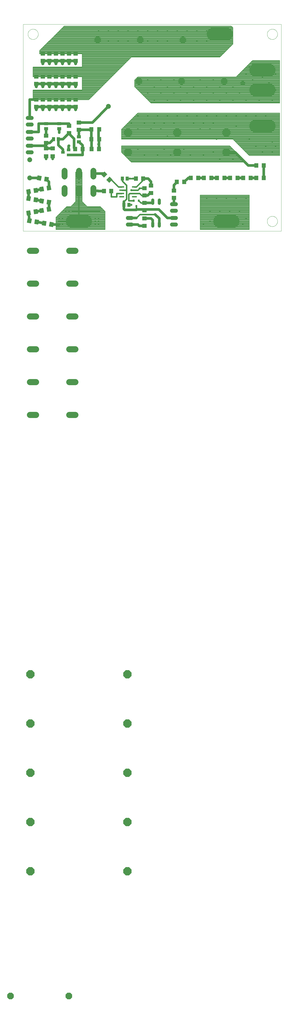
<source format=gtl>
G75*
%MOIN*%
%OFA0B0*%
%FSLAX25Y25*%
%IPPOS*%
%LPD*%
%AMOC8*
5,1,8,0,0,1.08239X$1,22.5*
%
%ADD10C,0.00000*%
%ADD11R,0.05118X0.05906*%
%ADD12R,0.07098X0.06299*%
%ADD13R,0.06299X0.07098*%
%ADD14R,0.07800X0.02200*%
%ADD15C,0.05906*%
%ADD16C,0.08850*%
%ADD17C,0.09450*%
%ADD18OC8,0.12400*%
%ADD19C,0.12400*%
%ADD20C,0.02000*%
%ADD21C,0.20000*%
%ADD22C,0.07400*%
%ADD23R,0.05512X0.03937*%
%ADD24R,0.06000X0.06600*%
%ADD25OC8,0.10000*%
%ADD26R,0.06600X0.06000*%
%ADD27R,0.05906X0.05118*%
%ADD28R,0.03150X0.03543*%
%ADD29C,0.04800*%
%ADD30C,0.02400*%
%ADD31C,0.04000*%
%ADD32C,0.03169*%
%ADD33C,0.04724*%
%ADD34C,0.03937*%
%ADD35C,0.00787*%
%ADD36C,0.02400*%
%ADD37C,0.01969*%
D10*
X0028800Y1187300D02*
X0028800Y1502261D01*
X0422501Y1502261D01*
X0422501Y1187300D01*
X0028800Y1187300D01*
X0035926Y1487300D02*
X0035928Y1487493D01*
X0035935Y1487686D01*
X0035947Y1487879D01*
X0035964Y1488072D01*
X0035985Y1488264D01*
X0036011Y1488455D01*
X0036042Y1488646D01*
X0036077Y1488836D01*
X0036117Y1489025D01*
X0036162Y1489213D01*
X0036211Y1489400D01*
X0036265Y1489586D01*
X0036323Y1489770D01*
X0036386Y1489953D01*
X0036454Y1490134D01*
X0036525Y1490313D01*
X0036602Y1490491D01*
X0036682Y1490667D01*
X0036767Y1490840D01*
X0036856Y1491012D01*
X0036949Y1491181D01*
X0037046Y1491348D01*
X0037148Y1491513D01*
X0037253Y1491675D01*
X0037362Y1491834D01*
X0037476Y1491991D01*
X0037593Y1492144D01*
X0037713Y1492295D01*
X0037838Y1492443D01*
X0037966Y1492588D01*
X0038097Y1492729D01*
X0038232Y1492868D01*
X0038371Y1493003D01*
X0038512Y1493134D01*
X0038657Y1493262D01*
X0038805Y1493387D01*
X0038956Y1493507D01*
X0039109Y1493624D01*
X0039266Y1493738D01*
X0039425Y1493847D01*
X0039587Y1493952D01*
X0039752Y1494054D01*
X0039919Y1494151D01*
X0040088Y1494244D01*
X0040260Y1494333D01*
X0040433Y1494418D01*
X0040609Y1494498D01*
X0040787Y1494575D01*
X0040966Y1494646D01*
X0041147Y1494714D01*
X0041330Y1494777D01*
X0041514Y1494835D01*
X0041700Y1494889D01*
X0041887Y1494938D01*
X0042075Y1494983D01*
X0042264Y1495023D01*
X0042454Y1495058D01*
X0042645Y1495089D01*
X0042836Y1495115D01*
X0043028Y1495136D01*
X0043221Y1495153D01*
X0043414Y1495165D01*
X0043607Y1495172D01*
X0043800Y1495174D01*
X0043993Y1495172D01*
X0044186Y1495165D01*
X0044379Y1495153D01*
X0044572Y1495136D01*
X0044764Y1495115D01*
X0044955Y1495089D01*
X0045146Y1495058D01*
X0045336Y1495023D01*
X0045525Y1494983D01*
X0045713Y1494938D01*
X0045900Y1494889D01*
X0046086Y1494835D01*
X0046270Y1494777D01*
X0046453Y1494714D01*
X0046634Y1494646D01*
X0046813Y1494575D01*
X0046991Y1494498D01*
X0047167Y1494418D01*
X0047340Y1494333D01*
X0047512Y1494244D01*
X0047681Y1494151D01*
X0047848Y1494054D01*
X0048013Y1493952D01*
X0048175Y1493847D01*
X0048334Y1493738D01*
X0048491Y1493624D01*
X0048644Y1493507D01*
X0048795Y1493387D01*
X0048943Y1493262D01*
X0049088Y1493134D01*
X0049229Y1493003D01*
X0049368Y1492868D01*
X0049503Y1492729D01*
X0049634Y1492588D01*
X0049762Y1492443D01*
X0049887Y1492295D01*
X0050007Y1492144D01*
X0050124Y1491991D01*
X0050238Y1491834D01*
X0050347Y1491675D01*
X0050452Y1491513D01*
X0050554Y1491348D01*
X0050651Y1491181D01*
X0050744Y1491012D01*
X0050833Y1490840D01*
X0050918Y1490667D01*
X0050998Y1490491D01*
X0051075Y1490313D01*
X0051146Y1490134D01*
X0051214Y1489953D01*
X0051277Y1489770D01*
X0051335Y1489586D01*
X0051389Y1489400D01*
X0051438Y1489213D01*
X0051483Y1489025D01*
X0051523Y1488836D01*
X0051558Y1488646D01*
X0051589Y1488455D01*
X0051615Y1488264D01*
X0051636Y1488072D01*
X0051653Y1487879D01*
X0051665Y1487686D01*
X0051672Y1487493D01*
X0051674Y1487300D01*
X0051672Y1487107D01*
X0051665Y1486914D01*
X0051653Y1486721D01*
X0051636Y1486528D01*
X0051615Y1486336D01*
X0051589Y1486145D01*
X0051558Y1485954D01*
X0051523Y1485764D01*
X0051483Y1485575D01*
X0051438Y1485387D01*
X0051389Y1485200D01*
X0051335Y1485014D01*
X0051277Y1484830D01*
X0051214Y1484647D01*
X0051146Y1484466D01*
X0051075Y1484287D01*
X0050998Y1484109D01*
X0050918Y1483933D01*
X0050833Y1483760D01*
X0050744Y1483588D01*
X0050651Y1483419D01*
X0050554Y1483252D01*
X0050452Y1483087D01*
X0050347Y1482925D01*
X0050238Y1482766D01*
X0050124Y1482609D01*
X0050007Y1482456D01*
X0049887Y1482305D01*
X0049762Y1482157D01*
X0049634Y1482012D01*
X0049503Y1481871D01*
X0049368Y1481732D01*
X0049229Y1481597D01*
X0049088Y1481466D01*
X0048943Y1481338D01*
X0048795Y1481213D01*
X0048644Y1481093D01*
X0048491Y1480976D01*
X0048334Y1480862D01*
X0048175Y1480753D01*
X0048013Y1480648D01*
X0047848Y1480546D01*
X0047681Y1480449D01*
X0047512Y1480356D01*
X0047340Y1480267D01*
X0047167Y1480182D01*
X0046991Y1480102D01*
X0046813Y1480025D01*
X0046634Y1479954D01*
X0046453Y1479886D01*
X0046270Y1479823D01*
X0046086Y1479765D01*
X0045900Y1479711D01*
X0045713Y1479662D01*
X0045525Y1479617D01*
X0045336Y1479577D01*
X0045146Y1479542D01*
X0044955Y1479511D01*
X0044764Y1479485D01*
X0044572Y1479464D01*
X0044379Y1479447D01*
X0044186Y1479435D01*
X0043993Y1479428D01*
X0043800Y1479426D01*
X0043607Y1479428D01*
X0043414Y1479435D01*
X0043221Y1479447D01*
X0043028Y1479464D01*
X0042836Y1479485D01*
X0042645Y1479511D01*
X0042454Y1479542D01*
X0042264Y1479577D01*
X0042075Y1479617D01*
X0041887Y1479662D01*
X0041700Y1479711D01*
X0041514Y1479765D01*
X0041330Y1479823D01*
X0041147Y1479886D01*
X0040966Y1479954D01*
X0040787Y1480025D01*
X0040609Y1480102D01*
X0040433Y1480182D01*
X0040260Y1480267D01*
X0040088Y1480356D01*
X0039919Y1480449D01*
X0039752Y1480546D01*
X0039587Y1480648D01*
X0039425Y1480753D01*
X0039266Y1480862D01*
X0039109Y1480976D01*
X0038956Y1481093D01*
X0038805Y1481213D01*
X0038657Y1481338D01*
X0038512Y1481466D01*
X0038371Y1481597D01*
X0038232Y1481732D01*
X0038097Y1481871D01*
X0037966Y1482012D01*
X0037838Y1482157D01*
X0037713Y1482305D01*
X0037593Y1482456D01*
X0037476Y1482609D01*
X0037362Y1482766D01*
X0037253Y1482925D01*
X0037148Y1483087D01*
X0037046Y1483252D01*
X0036949Y1483419D01*
X0036856Y1483588D01*
X0036767Y1483760D01*
X0036682Y1483933D01*
X0036602Y1484109D01*
X0036525Y1484287D01*
X0036454Y1484466D01*
X0036386Y1484647D01*
X0036323Y1484830D01*
X0036265Y1485014D01*
X0036211Y1485200D01*
X0036162Y1485387D01*
X0036117Y1485575D01*
X0036077Y1485764D01*
X0036042Y1485954D01*
X0036011Y1486145D01*
X0035985Y1486336D01*
X0035964Y1486528D01*
X0035947Y1486721D01*
X0035935Y1486914D01*
X0035928Y1487107D01*
X0035926Y1487300D01*
X0400926Y1487300D02*
X0400928Y1487493D01*
X0400935Y1487686D01*
X0400947Y1487879D01*
X0400964Y1488072D01*
X0400985Y1488264D01*
X0401011Y1488455D01*
X0401042Y1488646D01*
X0401077Y1488836D01*
X0401117Y1489025D01*
X0401162Y1489213D01*
X0401211Y1489400D01*
X0401265Y1489586D01*
X0401323Y1489770D01*
X0401386Y1489953D01*
X0401454Y1490134D01*
X0401525Y1490313D01*
X0401602Y1490491D01*
X0401682Y1490667D01*
X0401767Y1490840D01*
X0401856Y1491012D01*
X0401949Y1491181D01*
X0402046Y1491348D01*
X0402148Y1491513D01*
X0402253Y1491675D01*
X0402362Y1491834D01*
X0402476Y1491991D01*
X0402593Y1492144D01*
X0402713Y1492295D01*
X0402838Y1492443D01*
X0402966Y1492588D01*
X0403097Y1492729D01*
X0403232Y1492868D01*
X0403371Y1493003D01*
X0403512Y1493134D01*
X0403657Y1493262D01*
X0403805Y1493387D01*
X0403956Y1493507D01*
X0404109Y1493624D01*
X0404266Y1493738D01*
X0404425Y1493847D01*
X0404587Y1493952D01*
X0404752Y1494054D01*
X0404919Y1494151D01*
X0405088Y1494244D01*
X0405260Y1494333D01*
X0405433Y1494418D01*
X0405609Y1494498D01*
X0405787Y1494575D01*
X0405966Y1494646D01*
X0406147Y1494714D01*
X0406330Y1494777D01*
X0406514Y1494835D01*
X0406700Y1494889D01*
X0406887Y1494938D01*
X0407075Y1494983D01*
X0407264Y1495023D01*
X0407454Y1495058D01*
X0407645Y1495089D01*
X0407836Y1495115D01*
X0408028Y1495136D01*
X0408221Y1495153D01*
X0408414Y1495165D01*
X0408607Y1495172D01*
X0408800Y1495174D01*
X0408993Y1495172D01*
X0409186Y1495165D01*
X0409379Y1495153D01*
X0409572Y1495136D01*
X0409764Y1495115D01*
X0409955Y1495089D01*
X0410146Y1495058D01*
X0410336Y1495023D01*
X0410525Y1494983D01*
X0410713Y1494938D01*
X0410900Y1494889D01*
X0411086Y1494835D01*
X0411270Y1494777D01*
X0411453Y1494714D01*
X0411634Y1494646D01*
X0411813Y1494575D01*
X0411991Y1494498D01*
X0412167Y1494418D01*
X0412340Y1494333D01*
X0412512Y1494244D01*
X0412681Y1494151D01*
X0412848Y1494054D01*
X0413013Y1493952D01*
X0413175Y1493847D01*
X0413334Y1493738D01*
X0413491Y1493624D01*
X0413644Y1493507D01*
X0413795Y1493387D01*
X0413943Y1493262D01*
X0414088Y1493134D01*
X0414229Y1493003D01*
X0414368Y1492868D01*
X0414503Y1492729D01*
X0414634Y1492588D01*
X0414762Y1492443D01*
X0414887Y1492295D01*
X0415007Y1492144D01*
X0415124Y1491991D01*
X0415238Y1491834D01*
X0415347Y1491675D01*
X0415452Y1491513D01*
X0415554Y1491348D01*
X0415651Y1491181D01*
X0415744Y1491012D01*
X0415833Y1490840D01*
X0415918Y1490667D01*
X0415998Y1490491D01*
X0416075Y1490313D01*
X0416146Y1490134D01*
X0416214Y1489953D01*
X0416277Y1489770D01*
X0416335Y1489586D01*
X0416389Y1489400D01*
X0416438Y1489213D01*
X0416483Y1489025D01*
X0416523Y1488836D01*
X0416558Y1488646D01*
X0416589Y1488455D01*
X0416615Y1488264D01*
X0416636Y1488072D01*
X0416653Y1487879D01*
X0416665Y1487686D01*
X0416672Y1487493D01*
X0416674Y1487300D01*
X0416672Y1487107D01*
X0416665Y1486914D01*
X0416653Y1486721D01*
X0416636Y1486528D01*
X0416615Y1486336D01*
X0416589Y1486145D01*
X0416558Y1485954D01*
X0416523Y1485764D01*
X0416483Y1485575D01*
X0416438Y1485387D01*
X0416389Y1485200D01*
X0416335Y1485014D01*
X0416277Y1484830D01*
X0416214Y1484647D01*
X0416146Y1484466D01*
X0416075Y1484287D01*
X0415998Y1484109D01*
X0415918Y1483933D01*
X0415833Y1483760D01*
X0415744Y1483588D01*
X0415651Y1483419D01*
X0415554Y1483252D01*
X0415452Y1483087D01*
X0415347Y1482925D01*
X0415238Y1482766D01*
X0415124Y1482609D01*
X0415007Y1482456D01*
X0414887Y1482305D01*
X0414762Y1482157D01*
X0414634Y1482012D01*
X0414503Y1481871D01*
X0414368Y1481732D01*
X0414229Y1481597D01*
X0414088Y1481466D01*
X0413943Y1481338D01*
X0413795Y1481213D01*
X0413644Y1481093D01*
X0413491Y1480976D01*
X0413334Y1480862D01*
X0413175Y1480753D01*
X0413013Y1480648D01*
X0412848Y1480546D01*
X0412681Y1480449D01*
X0412512Y1480356D01*
X0412340Y1480267D01*
X0412167Y1480182D01*
X0411991Y1480102D01*
X0411813Y1480025D01*
X0411634Y1479954D01*
X0411453Y1479886D01*
X0411270Y1479823D01*
X0411086Y1479765D01*
X0410900Y1479711D01*
X0410713Y1479662D01*
X0410525Y1479617D01*
X0410336Y1479577D01*
X0410146Y1479542D01*
X0409955Y1479511D01*
X0409764Y1479485D01*
X0409572Y1479464D01*
X0409379Y1479447D01*
X0409186Y1479435D01*
X0408993Y1479428D01*
X0408800Y1479426D01*
X0408607Y1479428D01*
X0408414Y1479435D01*
X0408221Y1479447D01*
X0408028Y1479464D01*
X0407836Y1479485D01*
X0407645Y1479511D01*
X0407454Y1479542D01*
X0407264Y1479577D01*
X0407075Y1479617D01*
X0406887Y1479662D01*
X0406700Y1479711D01*
X0406514Y1479765D01*
X0406330Y1479823D01*
X0406147Y1479886D01*
X0405966Y1479954D01*
X0405787Y1480025D01*
X0405609Y1480102D01*
X0405433Y1480182D01*
X0405260Y1480267D01*
X0405088Y1480356D01*
X0404919Y1480449D01*
X0404752Y1480546D01*
X0404587Y1480648D01*
X0404425Y1480753D01*
X0404266Y1480862D01*
X0404109Y1480976D01*
X0403956Y1481093D01*
X0403805Y1481213D01*
X0403657Y1481338D01*
X0403512Y1481466D01*
X0403371Y1481597D01*
X0403232Y1481732D01*
X0403097Y1481871D01*
X0402966Y1482012D01*
X0402838Y1482157D01*
X0402713Y1482305D01*
X0402593Y1482456D01*
X0402476Y1482609D01*
X0402362Y1482766D01*
X0402253Y1482925D01*
X0402148Y1483087D01*
X0402046Y1483252D01*
X0401949Y1483419D01*
X0401856Y1483588D01*
X0401767Y1483760D01*
X0401682Y1483933D01*
X0401602Y1484109D01*
X0401525Y1484287D01*
X0401454Y1484466D01*
X0401386Y1484647D01*
X0401323Y1484830D01*
X0401265Y1485014D01*
X0401211Y1485200D01*
X0401162Y1485387D01*
X0401117Y1485575D01*
X0401077Y1485764D01*
X0401042Y1485954D01*
X0401011Y1486145D01*
X0400985Y1486336D01*
X0400964Y1486528D01*
X0400947Y1486721D01*
X0400935Y1486914D01*
X0400928Y1487107D01*
X0400926Y1487300D01*
X0400926Y1202300D02*
X0400928Y1202493D01*
X0400935Y1202686D01*
X0400947Y1202879D01*
X0400964Y1203072D01*
X0400985Y1203264D01*
X0401011Y1203455D01*
X0401042Y1203646D01*
X0401077Y1203836D01*
X0401117Y1204025D01*
X0401162Y1204213D01*
X0401211Y1204400D01*
X0401265Y1204586D01*
X0401323Y1204770D01*
X0401386Y1204953D01*
X0401454Y1205134D01*
X0401525Y1205313D01*
X0401602Y1205491D01*
X0401682Y1205667D01*
X0401767Y1205840D01*
X0401856Y1206012D01*
X0401949Y1206181D01*
X0402046Y1206348D01*
X0402148Y1206513D01*
X0402253Y1206675D01*
X0402362Y1206834D01*
X0402476Y1206991D01*
X0402593Y1207144D01*
X0402713Y1207295D01*
X0402838Y1207443D01*
X0402966Y1207588D01*
X0403097Y1207729D01*
X0403232Y1207868D01*
X0403371Y1208003D01*
X0403512Y1208134D01*
X0403657Y1208262D01*
X0403805Y1208387D01*
X0403956Y1208507D01*
X0404109Y1208624D01*
X0404266Y1208738D01*
X0404425Y1208847D01*
X0404587Y1208952D01*
X0404752Y1209054D01*
X0404919Y1209151D01*
X0405088Y1209244D01*
X0405260Y1209333D01*
X0405433Y1209418D01*
X0405609Y1209498D01*
X0405787Y1209575D01*
X0405966Y1209646D01*
X0406147Y1209714D01*
X0406330Y1209777D01*
X0406514Y1209835D01*
X0406700Y1209889D01*
X0406887Y1209938D01*
X0407075Y1209983D01*
X0407264Y1210023D01*
X0407454Y1210058D01*
X0407645Y1210089D01*
X0407836Y1210115D01*
X0408028Y1210136D01*
X0408221Y1210153D01*
X0408414Y1210165D01*
X0408607Y1210172D01*
X0408800Y1210174D01*
X0408993Y1210172D01*
X0409186Y1210165D01*
X0409379Y1210153D01*
X0409572Y1210136D01*
X0409764Y1210115D01*
X0409955Y1210089D01*
X0410146Y1210058D01*
X0410336Y1210023D01*
X0410525Y1209983D01*
X0410713Y1209938D01*
X0410900Y1209889D01*
X0411086Y1209835D01*
X0411270Y1209777D01*
X0411453Y1209714D01*
X0411634Y1209646D01*
X0411813Y1209575D01*
X0411991Y1209498D01*
X0412167Y1209418D01*
X0412340Y1209333D01*
X0412512Y1209244D01*
X0412681Y1209151D01*
X0412848Y1209054D01*
X0413013Y1208952D01*
X0413175Y1208847D01*
X0413334Y1208738D01*
X0413491Y1208624D01*
X0413644Y1208507D01*
X0413795Y1208387D01*
X0413943Y1208262D01*
X0414088Y1208134D01*
X0414229Y1208003D01*
X0414368Y1207868D01*
X0414503Y1207729D01*
X0414634Y1207588D01*
X0414762Y1207443D01*
X0414887Y1207295D01*
X0415007Y1207144D01*
X0415124Y1206991D01*
X0415238Y1206834D01*
X0415347Y1206675D01*
X0415452Y1206513D01*
X0415554Y1206348D01*
X0415651Y1206181D01*
X0415744Y1206012D01*
X0415833Y1205840D01*
X0415918Y1205667D01*
X0415998Y1205491D01*
X0416075Y1205313D01*
X0416146Y1205134D01*
X0416214Y1204953D01*
X0416277Y1204770D01*
X0416335Y1204586D01*
X0416389Y1204400D01*
X0416438Y1204213D01*
X0416483Y1204025D01*
X0416523Y1203836D01*
X0416558Y1203646D01*
X0416589Y1203455D01*
X0416615Y1203264D01*
X0416636Y1203072D01*
X0416653Y1202879D01*
X0416665Y1202686D01*
X0416672Y1202493D01*
X0416674Y1202300D01*
X0416672Y1202107D01*
X0416665Y1201914D01*
X0416653Y1201721D01*
X0416636Y1201528D01*
X0416615Y1201336D01*
X0416589Y1201145D01*
X0416558Y1200954D01*
X0416523Y1200764D01*
X0416483Y1200575D01*
X0416438Y1200387D01*
X0416389Y1200200D01*
X0416335Y1200014D01*
X0416277Y1199830D01*
X0416214Y1199647D01*
X0416146Y1199466D01*
X0416075Y1199287D01*
X0415998Y1199109D01*
X0415918Y1198933D01*
X0415833Y1198760D01*
X0415744Y1198588D01*
X0415651Y1198419D01*
X0415554Y1198252D01*
X0415452Y1198087D01*
X0415347Y1197925D01*
X0415238Y1197766D01*
X0415124Y1197609D01*
X0415007Y1197456D01*
X0414887Y1197305D01*
X0414762Y1197157D01*
X0414634Y1197012D01*
X0414503Y1196871D01*
X0414368Y1196732D01*
X0414229Y1196597D01*
X0414088Y1196466D01*
X0413943Y1196338D01*
X0413795Y1196213D01*
X0413644Y1196093D01*
X0413491Y1195976D01*
X0413334Y1195862D01*
X0413175Y1195753D01*
X0413013Y1195648D01*
X0412848Y1195546D01*
X0412681Y1195449D01*
X0412512Y1195356D01*
X0412340Y1195267D01*
X0412167Y1195182D01*
X0411991Y1195102D01*
X0411813Y1195025D01*
X0411634Y1194954D01*
X0411453Y1194886D01*
X0411270Y1194823D01*
X0411086Y1194765D01*
X0410900Y1194711D01*
X0410713Y1194662D01*
X0410525Y1194617D01*
X0410336Y1194577D01*
X0410146Y1194542D01*
X0409955Y1194511D01*
X0409764Y1194485D01*
X0409572Y1194464D01*
X0409379Y1194447D01*
X0409186Y1194435D01*
X0408993Y1194428D01*
X0408800Y1194426D01*
X0408607Y1194428D01*
X0408414Y1194435D01*
X0408221Y1194447D01*
X0408028Y1194464D01*
X0407836Y1194485D01*
X0407645Y1194511D01*
X0407454Y1194542D01*
X0407264Y1194577D01*
X0407075Y1194617D01*
X0406887Y1194662D01*
X0406700Y1194711D01*
X0406514Y1194765D01*
X0406330Y1194823D01*
X0406147Y1194886D01*
X0405966Y1194954D01*
X0405787Y1195025D01*
X0405609Y1195102D01*
X0405433Y1195182D01*
X0405260Y1195267D01*
X0405088Y1195356D01*
X0404919Y1195449D01*
X0404752Y1195546D01*
X0404587Y1195648D01*
X0404425Y1195753D01*
X0404266Y1195862D01*
X0404109Y1195976D01*
X0403956Y1196093D01*
X0403805Y1196213D01*
X0403657Y1196338D01*
X0403512Y1196466D01*
X0403371Y1196597D01*
X0403232Y1196732D01*
X0403097Y1196871D01*
X0402966Y1197012D01*
X0402838Y1197157D01*
X0402713Y1197305D01*
X0402593Y1197456D01*
X0402476Y1197609D01*
X0402362Y1197766D01*
X0402253Y1197925D01*
X0402148Y1198087D01*
X0402046Y1198252D01*
X0401949Y1198419D01*
X0401856Y1198588D01*
X0401767Y1198760D01*
X0401682Y1198933D01*
X0401602Y1199109D01*
X0401525Y1199287D01*
X0401454Y1199466D01*
X0401386Y1199647D01*
X0401323Y1199830D01*
X0401265Y1200014D01*
X0401211Y1200200D01*
X0401162Y1200387D01*
X0401117Y1200575D01*
X0401077Y1200764D01*
X0401042Y1200954D01*
X0401011Y1201145D01*
X0400985Y1201336D01*
X0400964Y1201528D01*
X0400947Y1201721D01*
X0400935Y1201914D01*
X0400928Y1202107D01*
X0400926Y1202300D01*
D11*
X0190040Y1227300D03*
X0182560Y1227300D03*
X0180060Y1267300D03*
X0187540Y1267300D03*
X0082540Y1327300D03*
X0075060Y1327300D03*
D12*
X0063800Y1321702D03*
X0063800Y1332898D03*
X0058800Y1376702D03*
X0058800Y1387898D03*
X0058800Y1411702D03*
X0058800Y1422898D03*
X0048800Y1422898D03*
X0048800Y1411702D03*
X0048800Y1387898D03*
X0048800Y1376702D03*
X0068800Y1376702D03*
X0068800Y1387898D03*
X0068800Y1411702D03*
X0068800Y1422898D03*
X0078800Y1422898D03*
X0078800Y1411702D03*
X0078800Y1387898D03*
X0078800Y1376702D03*
X0088800Y1376702D03*
X0088800Y1387898D03*
X0088800Y1411702D03*
X0088800Y1422898D03*
X0088800Y1446702D03*
X0088800Y1457898D03*
X0078800Y1457898D03*
X0078800Y1446702D03*
X0068800Y1446702D03*
X0068800Y1457898D03*
X0058800Y1457898D03*
X0058800Y1446702D03*
X0098800Y1446702D03*
X0098800Y1457898D03*
X0108800Y1457898D03*
X0108800Y1446702D03*
X0108800Y1422898D03*
X0108800Y1411702D03*
X0108800Y1387898D03*
X0108800Y1376702D03*
X0098800Y1376702D03*
X0098800Y1387898D03*
X0098800Y1411702D03*
X0098800Y1422898D03*
X0113800Y1352898D03*
X0113800Y1341702D03*
X0098800Y1336702D03*
X0098800Y1347898D03*
X0213800Y1252898D03*
X0213800Y1241702D03*
X0213800Y1230398D03*
X0213800Y1219202D03*
X0213800Y1206648D03*
X0213800Y1195452D03*
X0223800Y1245452D03*
X0223800Y1256648D03*
X0258800Y1249148D03*
X0258800Y1237952D03*
D13*
X0263202Y1262300D03*
X0274398Y1262300D03*
X0284452Y1268550D03*
X0295648Y1268550D03*
X0304452Y1268550D03*
X0315648Y1268550D03*
X0324452Y1268550D03*
X0335648Y1268550D03*
X0344452Y1268550D03*
X0355648Y1268550D03*
X0364452Y1268550D03*
X0375648Y1268550D03*
X0384452Y1268550D03*
X0384452Y1287300D03*
X0395648Y1287300D03*
X0395648Y1268550D03*
X0211898Y1267300D03*
X0200702Y1267300D03*
X0163148Y1248550D03*
G36*
X0160541Y1270577D02*
X0164995Y1266123D01*
X0159977Y1261105D01*
X0155523Y1265559D01*
X0160541Y1270577D01*
G37*
G36*
X0152623Y1278495D02*
X0157077Y1274041D01*
X0152059Y1269023D01*
X0147605Y1273477D01*
X0152623Y1278495D01*
G37*
X0151952Y1248550D03*
X0144398Y1312300D03*
X0133202Y1312300D03*
X0119398Y1312300D03*
X0108202Y1312300D03*
G36*
X0071780Y1250324D02*
X0065579Y1249231D01*
X0064346Y1256220D01*
X0070547Y1257313D01*
X0071780Y1250324D01*
G37*
G36*
X0061829Y1270369D02*
X0068030Y1269276D01*
X0066797Y1262287D01*
X0060596Y1263380D01*
X0061829Y1270369D01*
G37*
G36*
X0060754Y1248380D02*
X0054553Y1247287D01*
X0053320Y1254276D01*
X0059521Y1255369D01*
X0060754Y1248380D01*
G37*
G36*
X0054553Y1237313D02*
X0060754Y1236220D01*
X0059521Y1229231D01*
X0053320Y1230324D01*
X0054553Y1237313D01*
G37*
G36*
X0045579Y1239119D02*
X0051780Y1238026D01*
X0050547Y1231037D01*
X0044346Y1232130D01*
X0045579Y1239119D01*
G37*
G36*
X0051780Y1246574D02*
X0045579Y1245481D01*
X0044346Y1252470D01*
X0050547Y1253563D01*
X0051780Y1246574D01*
G37*
G36*
X0060754Y1215880D02*
X0054553Y1214787D01*
X0053320Y1221776D01*
X0059521Y1222869D01*
X0060754Y1215880D01*
G37*
G36*
X0058303Y1203563D02*
X0064504Y1202470D01*
X0063271Y1195481D01*
X0057070Y1196574D01*
X0058303Y1203563D01*
G37*
G36*
X0046829Y1205369D02*
X0053030Y1204276D01*
X0051797Y1197287D01*
X0045596Y1198380D01*
X0046829Y1205369D01*
G37*
G36*
X0051780Y1214074D02*
X0045579Y1212981D01*
X0044346Y1219970D01*
X0050547Y1221063D01*
X0051780Y1214074D01*
G37*
G36*
X0035803Y1207313D02*
X0042004Y1206220D01*
X0040771Y1199231D01*
X0034570Y1200324D01*
X0035803Y1207313D01*
G37*
G36*
X0040754Y1212130D02*
X0034553Y1211037D01*
X0033320Y1218026D01*
X0039521Y1219119D01*
X0040754Y1212130D01*
G37*
G36*
X0034553Y1241063D02*
X0040754Y1239970D01*
X0039521Y1232981D01*
X0033320Y1234074D01*
X0034553Y1241063D01*
G37*
G36*
X0040754Y1244630D02*
X0034553Y1243537D01*
X0033320Y1250526D01*
X0039521Y1251619D01*
X0040754Y1244630D01*
G37*
G36*
X0050803Y1272313D02*
X0057004Y1271220D01*
X0055771Y1264231D01*
X0049570Y1265324D01*
X0050803Y1272313D01*
G37*
G36*
X0065579Y1235369D02*
X0071780Y1234276D01*
X0070547Y1227287D01*
X0064346Y1228380D01*
X0065579Y1235369D01*
G37*
G36*
X0071780Y1217824D02*
X0065579Y1216731D01*
X0064346Y1223720D01*
X0070547Y1224813D01*
X0071780Y1217824D01*
G37*
G36*
X0069329Y1201619D02*
X0075530Y1200526D01*
X0074297Y1193537D01*
X0068096Y1194630D01*
X0069329Y1201619D01*
G37*
D14*
X0179100Y1239800D03*
X0179100Y1244800D03*
X0179100Y1249800D03*
X0179100Y1254800D03*
X0198500Y1254800D03*
X0198500Y1249800D03*
X0198500Y1244800D03*
X0198500Y1239800D03*
D15*
X0194253Y1207300D02*
X0188347Y1207300D01*
X0188347Y1197300D02*
X0194253Y1197300D01*
X0255847Y1197300D02*
X0261753Y1197300D01*
X0261753Y1207300D02*
X0255847Y1207300D01*
X0255847Y1218550D02*
X0261753Y1218550D01*
X0261753Y1228550D02*
X0255847Y1228550D01*
X0041753Y1307300D02*
X0035847Y1307300D01*
X0035847Y1317300D02*
X0041753Y1317300D01*
X0041753Y1328550D02*
X0035847Y1328550D01*
X0035847Y1338550D02*
X0041753Y1338550D01*
X0041753Y1349800D02*
X0035847Y1349800D01*
X0035847Y1359800D02*
X0041753Y1359800D01*
D16*
X0091800Y1279475D02*
X0091800Y1270625D01*
X0091800Y1253225D02*
X0091800Y1244375D01*
X0113800Y1244375D02*
X0113800Y1253225D01*
X0113800Y1270625D02*
X0113800Y1279475D01*
X0135800Y1279475D02*
X0135800Y1270625D01*
X0135800Y1253225D02*
X0135800Y1244375D01*
D17*
X0108525Y1157300D02*
X0099075Y1157300D01*
X0099075Y1107300D02*
X0108525Y1107300D01*
X0108525Y1057300D02*
X0099075Y1057300D01*
X0099075Y1007300D02*
X0108525Y1007300D01*
X0108525Y0957300D02*
X0099075Y0957300D01*
X0099075Y0907300D02*
X0108525Y0907300D01*
X0048525Y0907300D02*
X0039075Y0907300D01*
X0039075Y0957300D02*
X0048525Y0957300D01*
X0048525Y1007300D02*
X0039075Y1007300D01*
X0039075Y1057300D02*
X0048525Y1057300D01*
X0048525Y1107300D02*
X0039075Y1107300D01*
X0039075Y1157300D02*
X0048525Y1157300D01*
D18*
X0188800Y1337300D03*
X0263800Y1337300D03*
X0338800Y1337300D03*
X0187800Y0512300D03*
X0187800Y0437300D03*
X0187800Y0362300D03*
X0187800Y0287300D03*
X0187800Y0212300D03*
X0039800Y0212300D03*
X0039800Y0287300D03*
X0039800Y0362300D03*
X0039800Y0437300D03*
X0039800Y0512300D03*
D19*
X0188800Y1307300D03*
X0263800Y1307300D03*
X0338800Y1307300D03*
D20*
X0334609Y1418333D02*
X0333609Y1419333D01*
X0336923Y1419333D01*
X0339265Y1416991D01*
X0339265Y1413677D01*
X0336923Y1411335D01*
X0333609Y1411335D01*
X0331267Y1413677D01*
X0331267Y1416991D01*
X0333609Y1419333D01*
X0334231Y1417833D01*
X0336301Y1417833D01*
X0337765Y1416369D01*
X0337765Y1414299D01*
X0336301Y1412835D01*
X0334231Y1412835D01*
X0332767Y1414299D01*
X0332767Y1416369D01*
X0334231Y1417833D01*
X0334852Y1416333D01*
X0335680Y1416333D01*
X0336265Y1415748D01*
X0336265Y1414920D01*
X0335680Y1414335D01*
X0334852Y1414335D01*
X0334267Y1414920D01*
X0334267Y1415748D01*
X0334852Y1416333D01*
X0271677Y1481265D02*
X0270677Y1482265D01*
X0273991Y1482265D01*
X0276333Y1479923D01*
X0276333Y1476609D01*
X0273991Y1474267D01*
X0270677Y1474267D01*
X0268335Y1476609D01*
X0268335Y1479923D01*
X0270677Y1482265D01*
X0271299Y1480765D01*
X0273369Y1480765D01*
X0274833Y1479301D01*
X0274833Y1477231D01*
X0273369Y1475767D01*
X0271299Y1475767D01*
X0269835Y1477231D01*
X0269835Y1479301D01*
X0271299Y1480765D01*
X0271920Y1479265D01*
X0272748Y1479265D01*
X0273333Y1478680D01*
X0273333Y1477852D01*
X0272748Y1477267D01*
X0271920Y1477267D01*
X0271335Y1477852D01*
X0271335Y1478680D01*
X0271920Y1479265D01*
X0269609Y1418833D02*
X0268609Y1419833D01*
X0271923Y1419833D01*
X0274265Y1417491D01*
X0274265Y1414177D01*
X0271923Y1411835D01*
X0268609Y1411835D01*
X0266267Y1414177D01*
X0266267Y1417491D01*
X0268609Y1419833D01*
X0269231Y1418333D01*
X0271301Y1418333D01*
X0272765Y1416869D01*
X0272765Y1414799D01*
X0271301Y1413335D01*
X0269231Y1413335D01*
X0267767Y1414799D01*
X0267767Y1416869D01*
X0269231Y1418333D01*
X0269852Y1416833D01*
X0270680Y1416833D01*
X0271265Y1416248D01*
X0271265Y1415420D01*
X0270680Y1414835D01*
X0269852Y1414835D01*
X0269267Y1415420D01*
X0269267Y1416248D01*
X0269852Y1416833D01*
X0204609Y1418833D02*
X0203609Y1419833D01*
X0206923Y1419833D01*
X0209265Y1417491D01*
X0209265Y1414177D01*
X0206923Y1411835D01*
X0203609Y1411835D01*
X0201267Y1414177D01*
X0201267Y1417491D01*
X0203609Y1419833D01*
X0204231Y1418333D01*
X0206301Y1418333D01*
X0207765Y1416869D01*
X0207765Y1414799D01*
X0206301Y1413335D01*
X0204231Y1413335D01*
X0202767Y1414799D01*
X0202767Y1416869D01*
X0204231Y1418333D01*
X0204852Y1416833D01*
X0205680Y1416833D01*
X0206265Y1416248D01*
X0206265Y1415420D01*
X0205680Y1414835D01*
X0204852Y1414835D01*
X0204267Y1415420D01*
X0204267Y1416248D01*
X0204852Y1416833D01*
X0206677Y1481765D02*
X0205677Y1482765D01*
X0208991Y1482765D01*
X0211333Y1480423D01*
X0211333Y1477109D01*
X0208991Y1474767D01*
X0205677Y1474767D01*
X0203335Y1477109D01*
X0203335Y1480423D01*
X0205677Y1482765D01*
X0206299Y1481265D01*
X0208369Y1481265D01*
X0209833Y1479801D01*
X0209833Y1477731D01*
X0208369Y1476267D01*
X0206299Y1476267D01*
X0204835Y1477731D01*
X0204835Y1479801D01*
X0206299Y1481265D01*
X0206920Y1479765D01*
X0207748Y1479765D01*
X0208333Y1479180D01*
X0208333Y1478352D01*
X0207748Y1477767D01*
X0206920Y1477767D01*
X0206335Y1478352D01*
X0206335Y1479180D01*
X0206920Y1479765D01*
X0141677Y1481765D02*
X0140677Y1482765D01*
X0143991Y1482765D01*
X0146333Y1480423D01*
X0146333Y1477109D01*
X0143991Y1474767D01*
X0140677Y1474767D01*
X0138335Y1477109D01*
X0138335Y1480423D01*
X0140677Y1482765D01*
X0141299Y1481265D01*
X0143369Y1481265D01*
X0144833Y1479801D01*
X0144833Y1477731D01*
X0143369Y1476267D01*
X0141299Y1476267D01*
X0139835Y1477731D01*
X0139835Y1479801D01*
X0141299Y1481265D01*
X0141920Y1479765D01*
X0142748Y1479765D01*
X0143333Y1479180D01*
X0143333Y1478352D01*
X0142748Y1477767D01*
X0141920Y1477767D01*
X0141335Y1478352D01*
X0141335Y1479180D01*
X0141920Y1479765D01*
D21*
X0123800Y1202300D02*
X0103800Y1202300D01*
X0318800Y1487300D02*
X0338800Y1487300D01*
X0383800Y1432300D02*
X0403800Y1432300D01*
X0403800Y1402300D02*
X0383800Y1402300D01*
X0383800Y1347300D02*
X0403800Y1347300D01*
X0348800Y1202300D02*
X0328800Y1202300D01*
D22*
X0363800Y1412300D03*
X0158800Y1377300D03*
X0038800Y1296050D03*
X0038800Y1268550D03*
D23*
X0089469Y1307300D03*
X0098131Y1303560D03*
X0098131Y1311040D03*
D24*
X0132800Y1327300D03*
X0132800Y1342300D03*
X0144800Y1342300D03*
X0144800Y1327300D03*
D25*
X0009300Y0022300D03*
X0098300Y0022300D03*
D26*
X0073800Y1301300D03*
X0073800Y1313300D03*
X0063800Y1313300D03*
X0063800Y1301300D03*
D27*
X0063800Y1343560D03*
X0063800Y1351040D03*
X0083800Y1351040D03*
X0083800Y1343560D03*
X0113800Y1331040D03*
X0113800Y1323560D03*
D28*
X0197560Y1233737D03*
X0201300Y1225469D03*
X0205040Y1233737D03*
D29*
X0226300Y1234600D02*
X0226300Y1229800D01*
X0236300Y1229800D02*
X0236300Y1234600D01*
X0236300Y1199800D02*
X0236300Y1195000D01*
X0226300Y1195000D02*
X0226300Y1199800D01*
D30*
X0230118Y1212885D02*
X0206885Y1212885D01*
X0201300Y1207300D01*
X0201300Y1219800D02*
X0201300Y1225469D01*
X0201300Y1220452D01*
X0208379Y1230398D02*
X0205040Y1233737D01*
X0208379Y1230398D02*
X0213800Y1230398D01*
X0212550Y1220452D02*
X0213800Y1219202D01*
X0213800Y1241702D02*
X0209398Y1241702D01*
X0206300Y1244800D01*
X0198500Y1244800D01*
X0191300Y1244800D01*
X0189881Y1243381D01*
X0189881Y1233737D01*
X0197560Y1233737D01*
X0193800Y1227300D02*
X0190040Y1227300D01*
X0182560Y1232300D02*
X0186300Y1236040D01*
X0186300Y1249800D01*
X0186300Y1257300D01*
X0180060Y1263540D01*
X0180060Y1267300D01*
X0179100Y1254800D02*
X0174100Y1254800D01*
X0163059Y1265841D01*
X0160259Y1265841D01*
X0163148Y1248550D02*
X0163148Y1239800D01*
X0171300Y1239800D01*
X0171300Y1244800D01*
X0179100Y1244800D01*
X0179100Y1249800D02*
X0186300Y1249800D01*
X0187540Y1267300D02*
X0191300Y1267300D01*
X0200702Y1267300D01*
X0211300Y1264800D02*
X0201300Y1254800D01*
X0198500Y1254800D01*
X0198500Y1249800D02*
X0193800Y1249800D01*
X0198500Y1249800D02*
X0203800Y1249800D01*
X0206898Y1252898D01*
X0213800Y1252898D01*
X0211300Y1264800D02*
X0211300Y1266702D01*
X0211898Y1267300D01*
X0222550Y1245452D02*
X0223800Y1245452D01*
X0225702Y1230398D02*
X0226300Y1229800D01*
X0182560Y1227300D02*
X0182550Y1227290D01*
X0143202Y1248550D02*
X0142952Y1248800D01*
X0135841Y1275009D02*
X0135800Y1275050D01*
D31*
X0135841Y1275009D02*
X0151091Y1275009D01*
X0152341Y1273759D01*
X0151952Y1248550D02*
X0143202Y1248550D01*
X0142952Y1248800D02*
X0135800Y1248800D01*
X0182560Y1232300D02*
X0182560Y1227300D01*
X0182550Y1227290D02*
X0182550Y1221050D01*
X0183800Y1219800D01*
X0201300Y1219800D01*
X0201300Y1220452D02*
X0212550Y1220452D01*
X0235648Y1220452D01*
X0248800Y1207300D01*
X0258800Y1207300D01*
X0236300Y1206703D02*
X0236300Y1199800D01*
X0236300Y1206703D02*
X0230118Y1212885D01*
X0223783Y1206648D02*
X0226300Y1204132D01*
X0226300Y1199800D01*
X0223783Y1206648D02*
X0213800Y1206648D01*
X0213800Y1195452D02*
X0205648Y1195452D01*
X0203800Y1197300D01*
X0191300Y1197300D01*
X0191300Y1207300D02*
X0201300Y1207300D01*
X0213800Y1241702D02*
X0218800Y1241702D01*
X0222550Y1245452D01*
X0223800Y1256648D02*
X0223800Y1262898D01*
X0219398Y1267300D01*
X0211898Y1267300D01*
D32*
X0206300Y1252300D03*
X0196300Y1267300D03*
X0193800Y1249800D03*
X0191300Y1267300D03*
X0193800Y1227300D03*
X0143800Y1319800D03*
X0143800Y1334800D03*
X0108800Y1372300D03*
X0098800Y1372300D03*
X0098800Y1407300D03*
X0108800Y1407300D03*
X0108800Y1442300D03*
X0098800Y1442300D03*
X0088800Y1442300D03*
X0078800Y1442300D03*
X0068800Y1442300D03*
X0068800Y1407300D03*
X0078800Y1407300D03*
X0088800Y1407300D03*
X0088800Y1372300D03*
X0078800Y1372300D03*
X0068800Y1372300D03*
X0058800Y1372300D03*
X0048800Y1372300D03*
X0048800Y1407300D03*
X0058800Y1407300D03*
X0058800Y1442300D03*
X0063800Y1337300D03*
X0063800Y1297300D03*
X0073800Y1297300D03*
X0083800Y1337300D03*
X0098800Y1317300D03*
D33*
X0098800Y1372300D02*
X0098800Y1376702D01*
X0108800Y1376702D01*
X0108800Y1372300D01*
X0098800Y1376702D02*
X0088800Y1376702D01*
X0078800Y1376702D01*
X0068800Y1376702D01*
X0068800Y1372300D01*
X0078800Y1372300D02*
X0078800Y1376702D01*
X0088800Y1376702D02*
X0088800Y1372300D01*
X0088800Y1407300D02*
X0088800Y1411702D01*
X0098800Y1411702D01*
X0108800Y1411702D01*
X0108800Y1407300D01*
X0098800Y1407300D02*
X0098800Y1411702D01*
X0098800Y1442300D02*
X0098800Y1446702D01*
X0108800Y1446702D02*
X0108800Y1442300D01*
X0088800Y1442300D02*
X0088800Y1446702D01*
X0078800Y1446702D02*
X0078800Y1442300D01*
X0068800Y1442300D02*
X0068800Y1446702D01*
X0058800Y1446702D02*
X0058800Y1442300D01*
X0058800Y1411702D02*
X0058800Y1407300D01*
X0048800Y1407300D02*
X0048800Y1411702D01*
X0048800Y1376702D02*
X0048800Y1372300D01*
X0058800Y1372300D02*
X0058800Y1376702D01*
X0068800Y1407300D02*
X0068800Y1411702D01*
X0078800Y1411702D01*
X0088800Y1411702D01*
X0078800Y1411702D02*
X0078800Y1407300D01*
D34*
X0068800Y1411702D02*
X0058800Y1411702D01*
X0048800Y1411702D01*
X0048800Y1387898D02*
X0038800Y1387898D01*
X0038800Y1359800D01*
X0038800Y1338550D02*
X0052540Y1338550D01*
X0052540Y1351040D01*
X0063800Y1351040D01*
X0083800Y1351040D01*
X0083810Y1351050D01*
X0098800Y1351050D01*
X0098800Y1347898D01*
X0098800Y1336702D02*
X0089398Y1327300D01*
X0082540Y1327300D01*
X0082540Y1318560D01*
X0089469Y1311631D01*
X0089469Y1307300D01*
X0098131Y1303560D02*
X0119398Y1303560D01*
X0119398Y1312300D01*
X0119398Y1317961D01*
X0113800Y1323560D01*
X0113800Y1331040D02*
X0113800Y1341702D01*
X0132202Y1341702D01*
X0132800Y1342300D01*
X0132800Y1327300D01*
X0133202Y1326898D01*
X0133202Y1312300D01*
X0144398Y1312300D02*
X0144398Y1319202D01*
X0144398Y1326898D01*
X0144800Y1327300D01*
X0143800Y1328300D01*
X0143800Y1334800D01*
X0143800Y1341300D01*
X0144800Y1342300D01*
X0143800Y1319800D02*
X0144398Y1319202D01*
X0134398Y1352898D02*
X0158800Y1377300D01*
X0134398Y1352898D02*
X0113800Y1352898D01*
X0098800Y1335691D02*
X0106418Y1328073D01*
X0106418Y1314083D01*
X0108202Y1312300D01*
X0098131Y1311040D02*
X0098131Y1316631D01*
X0098133Y1316681D01*
X0098138Y1316731D01*
X0098148Y1316780D01*
X0098161Y1316828D01*
X0098177Y1316875D01*
X0098197Y1316921D01*
X0098221Y1316966D01*
X0098247Y1317008D01*
X0098277Y1317048D01*
X0098310Y1317086D01*
X0098345Y1317121D01*
X0098383Y1317154D01*
X0098423Y1317184D01*
X0098466Y1317210D01*
X0098510Y1317234D01*
X0098556Y1317254D01*
X0098603Y1317270D01*
X0098651Y1317283D01*
X0098700Y1317293D01*
X0098750Y1317298D01*
X0098800Y1317300D01*
X0098800Y1335691D02*
X0098800Y1336702D01*
X0083800Y1337300D02*
X0083800Y1343560D01*
X0075060Y1327300D02*
X0069461Y1321702D01*
X0063800Y1321702D01*
X0063800Y1317300D01*
X0038800Y1317300D01*
X0038800Y1268550D02*
X0039078Y1268272D01*
X0053287Y1268272D01*
X0057037Y1251328D02*
X0048063Y1249522D01*
X0048063Y1235078D02*
X0057037Y1233272D01*
X0057037Y1218828D02*
X0048063Y1217022D01*
X0049313Y1201328D02*
X0060787Y1199522D01*
X0071813Y1197578D02*
X0083800Y1197300D01*
X0068063Y1220772D02*
X0068063Y1231328D01*
X0068063Y1253272D02*
X0068063Y1262578D01*
X0064313Y1266328D01*
X0063800Y1297300D02*
X0063800Y1301300D01*
X0063800Y1313300D02*
X0073800Y1313300D01*
X0073800Y1301300D02*
X0073800Y1297300D01*
X0063800Y1313300D02*
X0063800Y1317300D01*
X0063800Y1332898D02*
X0063800Y1337300D01*
X0063800Y1343560D01*
X0058800Y1376702D02*
X0068800Y1376702D01*
X0058800Y1376702D02*
X0048800Y1376702D01*
X0058800Y1446702D02*
X0068800Y1446702D01*
X0078800Y1446702D01*
X0088800Y1446702D01*
X0098800Y1446702D01*
X0108800Y1446702D01*
X0037037Y1215078D02*
X0038287Y1203272D01*
X0037037Y1237022D02*
X0037037Y1247578D01*
X0213800Y1230398D02*
X0225702Y1230398D01*
X0258800Y1228550D02*
X0258800Y1237952D01*
X0258800Y1249148D02*
X0258800Y1257300D01*
X0263202Y1261702D01*
X0263202Y1262300D01*
X0274398Y1262300D02*
X0280648Y1268550D01*
X0284452Y1268550D01*
X0295648Y1268550D02*
X0304452Y1268550D01*
X0315648Y1268550D02*
X0324452Y1268550D01*
X0335648Y1268550D02*
X0344452Y1268550D01*
X0355648Y1268550D02*
X0364452Y1268550D01*
X0371952Y1287300D02*
X0351952Y1307300D01*
X0338800Y1307300D01*
X0371952Y1287300D02*
X0384452Y1287300D01*
X0384452Y1268550D02*
X0375648Y1268550D01*
X0395648Y1268550D02*
X0395648Y1287300D01*
D35*
X0373800Y1302300D02*
X0420107Y1302300D01*
X0420107Y1367300D01*
X0203800Y1367300D01*
X0178800Y1342300D01*
X0178800Y1327300D01*
X0348800Y1327300D01*
X0373800Y1302300D01*
X0373271Y1302829D02*
X0420107Y1302829D01*
X0420107Y1303615D02*
X0372485Y1303615D01*
X0371699Y1304401D02*
X0420107Y1304401D01*
X0420107Y1305187D02*
X0370913Y1305187D01*
X0370127Y1305973D02*
X0420107Y1305973D01*
X0420107Y1306759D02*
X0369341Y1306759D01*
X0368555Y1307545D02*
X0420107Y1307545D01*
X0420107Y1308331D02*
X0367769Y1308331D01*
X0366984Y1309116D02*
X0420107Y1309116D01*
X0420107Y1309902D02*
X0366198Y1309902D01*
X0365412Y1310688D02*
X0420107Y1310688D01*
X0420107Y1311474D02*
X0364626Y1311474D01*
X0363840Y1312260D02*
X0420107Y1312260D01*
X0420107Y1313046D02*
X0363054Y1313046D01*
X0362268Y1313832D02*
X0420107Y1313832D01*
X0420107Y1314618D02*
X0361482Y1314618D01*
X0360696Y1315404D02*
X0420107Y1315404D01*
X0420107Y1316190D02*
X0359910Y1316190D01*
X0359124Y1316976D02*
X0420107Y1316976D01*
X0420107Y1317762D02*
X0358338Y1317762D01*
X0357553Y1318547D02*
X0420107Y1318547D01*
X0420107Y1319333D02*
X0356767Y1319333D01*
X0355981Y1320119D02*
X0420107Y1320119D01*
X0420107Y1320905D02*
X0355195Y1320905D01*
X0354409Y1321691D02*
X0420107Y1321691D01*
X0420107Y1322477D02*
X0353623Y1322477D01*
X0352837Y1323263D02*
X0420107Y1323263D01*
X0420107Y1324049D02*
X0352051Y1324049D01*
X0351265Y1324835D02*
X0420107Y1324835D01*
X0420107Y1325621D02*
X0350479Y1325621D01*
X0349693Y1326407D02*
X0420107Y1326407D01*
X0420107Y1327192D02*
X0348908Y1327192D01*
X0344910Y1316190D02*
X0178800Y1316190D01*
X0178800Y1316976D02*
X0344124Y1316976D01*
X0343800Y1317300D02*
X0368800Y1292300D01*
X0193800Y1292300D01*
X0178800Y1307300D01*
X0178800Y1317300D01*
X0343800Y1317300D01*
X0345696Y1315404D02*
X0178800Y1315404D01*
X0178800Y1314618D02*
X0346482Y1314618D01*
X0347268Y1313832D02*
X0178800Y1313832D01*
X0178800Y1313046D02*
X0348054Y1313046D01*
X0348840Y1312260D02*
X0178800Y1312260D01*
X0178800Y1311474D02*
X0349626Y1311474D01*
X0350412Y1310688D02*
X0178800Y1310688D01*
X0178800Y1309902D02*
X0351198Y1309902D01*
X0351984Y1309116D02*
X0178800Y1309116D01*
X0178800Y1308331D02*
X0352769Y1308331D01*
X0353555Y1307545D02*
X0178800Y1307545D01*
X0179341Y1306759D02*
X0354341Y1306759D01*
X0355127Y1305973D02*
X0180127Y1305973D01*
X0180913Y1305187D02*
X0355913Y1305187D01*
X0356699Y1304401D02*
X0181699Y1304401D01*
X0182485Y1303615D02*
X0357485Y1303615D01*
X0358271Y1302829D02*
X0183271Y1302829D01*
X0184057Y1302043D02*
X0359057Y1302043D01*
X0359843Y1301257D02*
X0184843Y1301257D01*
X0185629Y1300471D02*
X0360629Y1300471D01*
X0361414Y1299686D02*
X0186414Y1299686D01*
X0187200Y1298900D02*
X0362200Y1298900D01*
X0362986Y1298114D02*
X0187986Y1298114D01*
X0188772Y1297328D02*
X0363772Y1297328D01*
X0364558Y1296542D02*
X0189558Y1296542D01*
X0190344Y1295756D02*
X0365344Y1295756D01*
X0366130Y1294970D02*
X0191130Y1294970D01*
X0191916Y1294184D02*
X0366916Y1294184D01*
X0367702Y1293398D02*
X0192702Y1293398D01*
X0193488Y1292612D02*
X0368488Y1292612D01*
X0373800Y1242300D02*
X0373800Y1189694D01*
X0298800Y1189694D01*
X0298800Y1242300D01*
X0373800Y1242300D01*
X0373800Y1241528D02*
X0298800Y1241528D01*
X0298800Y1240742D02*
X0373800Y1240742D01*
X0373800Y1239956D02*
X0298800Y1239956D01*
X0298800Y1239170D02*
X0373800Y1239170D01*
X0373800Y1238384D02*
X0298800Y1238384D01*
X0298800Y1237598D02*
X0373800Y1237598D01*
X0373800Y1236813D02*
X0298800Y1236813D01*
X0298800Y1236027D02*
X0373800Y1236027D01*
X0373800Y1235241D02*
X0298800Y1235241D01*
X0298800Y1234455D02*
X0373800Y1234455D01*
X0373800Y1233669D02*
X0298800Y1233669D01*
X0298800Y1232883D02*
X0373800Y1232883D01*
X0373800Y1232097D02*
X0298800Y1232097D01*
X0298800Y1231311D02*
X0373800Y1231311D01*
X0373800Y1230525D02*
X0298800Y1230525D01*
X0298800Y1229739D02*
X0373800Y1229739D01*
X0373800Y1228953D02*
X0298800Y1228953D01*
X0298800Y1228167D02*
X0373800Y1228167D01*
X0373800Y1227382D02*
X0298800Y1227382D01*
X0298800Y1226596D02*
X0373800Y1226596D01*
X0373800Y1225810D02*
X0298800Y1225810D01*
X0298800Y1225024D02*
X0373800Y1225024D01*
X0373800Y1224238D02*
X0298800Y1224238D01*
X0298800Y1223452D02*
X0373800Y1223452D01*
X0373800Y1222666D02*
X0298800Y1222666D01*
X0298800Y1221880D02*
X0373800Y1221880D01*
X0373800Y1221094D02*
X0298800Y1221094D01*
X0298800Y1220308D02*
X0373800Y1220308D01*
X0373800Y1219522D02*
X0298800Y1219522D01*
X0298800Y1218737D02*
X0373800Y1218737D01*
X0373800Y1217951D02*
X0298800Y1217951D01*
X0298800Y1217165D02*
X0373800Y1217165D01*
X0373800Y1216379D02*
X0298800Y1216379D01*
X0298800Y1215593D02*
X0373800Y1215593D01*
X0373800Y1214807D02*
X0298800Y1214807D01*
X0298800Y1214021D02*
X0373800Y1214021D01*
X0373800Y1213235D02*
X0298800Y1213235D01*
X0298800Y1212449D02*
X0373800Y1212449D01*
X0373800Y1211663D02*
X0298800Y1211663D01*
X0298800Y1210877D02*
X0373800Y1210877D01*
X0373800Y1210091D02*
X0298800Y1210091D01*
X0298800Y1209306D02*
X0373800Y1209306D01*
X0373800Y1208520D02*
X0298800Y1208520D01*
X0298800Y1207734D02*
X0373800Y1207734D01*
X0373800Y1206948D02*
X0298800Y1206948D01*
X0298800Y1206162D02*
X0373800Y1206162D01*
X0373800Y1205376D02*
X0298800Y1205376D01*
X0298800Y1204590D02*
X0373800Y1204590D01*
X0373800Y1203804D02*
X0298800Y1203804D01*
X0298800Y1203018D02*
X0373800Y1203018D01*
X0373800Y1202232D02*
X0298800Y1202232D01*
X0298800Y1201446D02*
X0373800Y1201446D01*
X0373800Y1200661D02*
X0298800Y1200661D01*
X0298800Y1199875D02*
X0373800Y1199875D01*
X0373800Y1199089D02*
X0298800Y1199089D01*
X0298800Y1198303D02*
X0373800Y1198303D01*
X0373800Y1197517D02*
X0298800Y1197517D01*
X0298800Y1196731D02*
X0373800Y1196731D01*
X0373800Y1195945D02*
X0298800Y1195945D01*
X0298800Y1195159D02*
X0373800Y1195159D01*
X0373800Y1194373D02*
X0298800Y1194373D01*
X0298800Y1193587D02*
X0373800Y1193587D01*
X0373800Y1192801D02*
X0298800Y1192801D01*
X0298800Y1192015D02*
X0373800Y1192015D01*
X0373800Y1191230D02*
X0298800Y1191230D01*
X0298800Y1190444D02*
X0373800Y1190444D01*
X0420107Y1327978D02*
X0178800Y1327978D01*
X0178800Y1328764D02*
X0420107Y1328764D01*
X0420107Y1329550D02*
X0178800Y1329550D01*
X0178800Y1330336D02*
X0420107Y1330336D01*
X0420107Y1331122D02*
X0178800Y1331122D01*
X0178800Y1331908D02*
X0420107Y1331908D01*
X0420107Y1332694D02*
X0178800Y1332694D01*
X0178800Y1333480D02*
X0420107Y1333480D01*
X0420107Y1334266D02*
X0178800Y1334266D01*
X0178800Y1335052D02*
X0420107Y1335052D01*
X0420107Y1335838D02*
X0178800Y1335838D01*
X0178800Y1336623D02*
X0420107Y1336623D01*
X0420107Y1337409D02*
X0178800Y1337409D01*
X0178800Y1338195D02*
X0420107Y1338195D01*
X0420107Y1338981D02*
X0178800Y1338981D01*
X0178800Y1339767D02*
X0420107Y1339767D01*
X0420107Y1340553D02*
X0178800Y1340553D01*
X0178800Y1341339D02*
X0420107Y1341339D01*
X0420107Y1342125D02*
X0178800Y1342125D01*
X0179411Y1342911D02*
X0420107Y1342911D01*
X0420107Y1343697D02*
X0180197Y1343697D01*
X0180983Y1344483D02*
X0420107Y1344483D01*
X0420107Y1345268D02*
X0181768Y1345268D01*
X0182554Y1346054D02*
X0420107Y1346054D01*
X0420107Y1346840D02*
X0183340Y1346840D01*
X0184126Y1347626D02*
X0420107Y1347626D01*
X0420107Y1348412D02*
X0184912Y1348412D01*
X0185698Y1349198D02*
X0420107Y1349198D01*
X0420107Y1349984D02*
X0186484Y1349984D01*
X0187270Y1350770D02*
X0420107Y1350770D01*
X0420107Y1351556D02*
X0188056Y1351556D01*
X0188842Y1352342D02*
X0420107Y1352342D01*
X0420107Y1353128D02*
X0189628Y1353128D01*
X0190414Y1353914D02*
X0420107Y1353914D01*
X0420107Y1354699D02*
X0191199Y1354699D01*
X0191985Y1355485D02*
X0420107Y1355485D01*
X0420107Y1356271D02*
X0192771Y1356271D01*
X0193557Y1357057D02*
X0420107Y1357057D01*
X0420107Y1357843D02*
X0194343Y1357843D01*
X0195129Y1358629D02*
X0420107Y1358629D01*
X0420107Y1359415D02*
X0195915Y1359415D01*
X0196701Y1360201D02*
X0420107Y1360201D01*
X0420107Y1360987D02*
X0197487Y1360987D01*
X0198273Y1361773D02*
X0420107Y1361773D01*
X0420107Y1362559D02*
X0199059Y1362559D01*
X0199844Y1363344D02*
X0420107Y1363344D01*
X0420107Y1364130D02*
X0200630Y1364130D01*
X0201416Y1364916D02*
X0420107Y1364916D01*
X0420107Y1365702D02*
X0202202Y1365702D01*
X0202988Y1366488D02*
X0420107Y1366488D01*
X0420107Y1367274D02*
X0203774Y1367274D01*
X0212105Y1393995D02*
X0420107Y1393995D01*
X0420107Y1393209D02*
X0212891Y1393209D01*
X0213677Y1392423D02*
X0420107Y1392423D01*
X0420107Y1391637D02*
X0214463Y1391637D01*
X0215249Y1390851D02*
X0420107Y1390851D01*
X0420107Y1390066D02*
X0216034Y1390066D01*
X0216820Y1389280D02*
X0420107Y1389280D01*
X0420107Y1388494D02*
X0217606Y1388494D01*
X0218392Y1387708D02*
X0420107Y1387708D01*
X0420107Y1386922D02*
X0219178Y1386922D01*
X0219964Y1386136D02*
X0420107Y1386136D01*
X0420107Y1385350D02*
X0220750Y1385350D01*
X0221536Y1384564D02*
X0420107Y1384564D01*
X0420107Y1383778D02*
X0222322Y1383778D01*
X0223108Y1382992D02*
X0420107Y1382992D01*
X0420107Y1382300D02*
X0223800Y1382300D01*
X0198800Y1407300D01*
X0198800Y1417300D01*
X0203800Y1422300D01*
X0353800Y1422300D01*
X0378800Y1447300D01*
X0420107Y1447300D01*
X0420107Y1382300D01*
X0420107Y1394781D02*
X0211319Y1394781D01*
X0210533Y1395567D02*
X0420107Y1395567D01*
X0420107Y1396353D02*
X0209747Y1396353D01*
X0208961Y1397139D02*
X0420107Y1397139D01*
X0420107Y1397925D02*
X0208175Y1397925D01*
X0207389Y1398711D02*
X0420107Y1398711D01*
X0420107Y1399496D02*
X0206604Y1399496D01*
X0205818Y1400282D02*
X0420107Y1400282D01*
X0420107Y1401068D02*
X0205032Y1401068D01*
X0204246Y1401854D02*
X0420107Y1401854D01*
X0420107Y1402640D02*
X0203460Y1402640D01*
X0202674Y1403426D02*
X0420107Y1403426D01*
X0420107Y1404212D02*
X0201888Y1404212D01*
X0201102Y1404998D02*
X0420107Y1404998D01*
X0420107Y1405784D02*
X0200316Y1405784D01*
X0199530Y1406570D02*
X0420107Y1406570D01*
X0420107Y1407356D02*
X0198800Y1407356D01*
X0198800Y1408142D02*
X0420107Y1408142D01*
X0420107Y1408927D02*
X0198800Y1408927D01*
X0198800Y1409713D02*
X0420107Y1409713D01*
X0420107Y1410499D02*
X0198800Y1410499D01*
X0198800Y1411285D02*
X0420107Y1411285D01*
X0420107Y1412071D02*
X0198800Y1412071D01*
X0198800Y1412857D02*
X0420107Y1412857D01*
X0420107Y1413643D02*
X0198800Y1413643D01*
X0198800Y1414429D02*
X0420107Y1414429D01*
X0420107Y1415215D02*
X0198800Y1415215D01*
X0198800Y1416001D02*
X0420107Y1416001D01*
X0420107Y1416787D02*
X0198800Y1416787D01*
X0199072Y1417572D02*
X0420107Y1417572D01*
X0420107Y1418358D02*
X0199858Y1418358D01*
X0200644Y1419144D02*
X0420107Y1419144D01*
X0420107Y1419930D02*
X0201430Y1419930D01*
X0202216Y1420716D02*
X0420107Y1420716D01*
X0420107Y1421502D02*
X0203002Y1421502D01*
X0203788Y1422288D02*
X0420107Y1422288D01*
X0420107Y1423074D02*
X0354574Y1423074D01*
X0355360Y1423860D02*
X0420107Y1423860D01*
X0420107Y1424646D02*
X0356146Y1424646D01*
X0356932Y1425432D02*
X0420107Y1425432D01*
X0420107Y1426218D02*
X0357718Y1426218D01*
X0358503Y1427003D02*
X0420107Y1427003D01*
X0420107Y1427789D02*
X0359289Y1427789D01*
X0360075Y1428575D02*
X0420107Y1428575D01*
X0420107Y1429361D02*
X0360861Y1429361D01*
X0361647Y1430147D02*
X0420107Y1430147D01*
X0420107Y1430933D02*
X0362433Y1430933D01*
X0363219Y1431719D02*
X0420107Y1431719D01*
X0420107Y1432505D02*
X0364005Y1432505D01*
X0364791Y1433291D02*
X0420107Y1433291D01*
X0420107Y1434077D02*
X0365577Y1434077D01*
X0366363Y1434863D02*
X0420107Y1434863D01*
X0420107Y1435648D02*
X0367148Y1435648D01*
X0367934Y1436434D02*
X0420107Y1436434D01*
X0420107Y1437220D02*
X0368720Y1437220D01*
X0369506Y1438006D02*
X0420107Y1438006D01*
X0420107Y1438792D02*
X0370292Y1438792D01*
X0371078Y1439578D02*
X0420107Y1439578D01*
X0420107Y1440364D02*
X0371864Y1440364D01*
X0372650Y1441150D02*
X0420107Y1441150D01*
X0420107Y1441936D02*
X0373436Y1441936D01*
X0374222Y1442722D02*
X0420107Y1442722D01*
X0420107Y1443508D02*
X0375008Y1443508D01*
X0375794Y1444294D02*
X0420107Y1444294D01*
X0420107Y1445079D02*
X0376579Y1445079D01*
X0377365Y1445865D02*
X0420107Y1445865D01*
X0420107Y1446651D02*
X0378151Y1446651D01*
X0348800Y1472300D02*
X0348800Y1497300D01*
X0346233Y1499867D01*
X0091367Y1499867D01*
X0053800Y1462300D01*
X0053800Y1457300D01*
X0118800Y1457300D01*
X0118800Y1437300D01*
X0043800Y1437300D01*
X0043800Y1422300D01*
X0118800Y1422300D01*
X0118800Y1402300D01*
X0043800Y1402300D01*
X0043800Y1387300D01*
X0128800Y1387300D01*
X0193800Y1452300D01*
X0328800Y1452300D01*
X0348800Y1472300D01*
X0348800Y1472586D02*
X0064086Y1472586D01*
X0063300Y1471800D02*
X0348300Y1471800D01*
X0347515Y1471015D02*
X0062515Y1471015D01*
X0061729Y1470229D02*
X0346729Y1470229D01*
X0345943Y1469443D02*
X0060943Y1469443D01*
X0060157Y1468657D02*
X0345157Y1468657D01*
X0344371Y1467871D02*
X0059371Y1467871D01*
X0058585Y1467085D02*
X0343585Y1467085D01*
X0342799Y1466299D02*
X0057799Y1466299D01*
X0057013Y1465513D02*
X0342013Y1465513D01*
X0341227Y1464727D02*
X0056227Y1464727D01*
X0055441Y1463941D02*
X0340441Y1463941D01*
X0339655Y1463155D02*
X0054655Y1463155D01*
X0053870Y1462370D02*
X0338870Y1462370D01*
X0338084Y1461584D02*
X0053800Y1461584D01*
X0053800Y1460798D02*
X0337298Y1460798D01*
X0336512Y1460012D02*
X0053800Y1460012D01*
X0053800Y1459226D02*
X0335726Y1459226D01*
X0334940Y1458440D02*
X0053800Y1458440D01*
X0053800Y1457654D02*
X0334154Y1457654D01*
X0333368Y1456868D02*
X0118800Y1456868D01*
X0118800Y1456082D02*
X0332582Y1456082D01*
X0331796Y1455296D02*
X0118800Y1455296D01*
X0118800Y1454510D02*
X0331010Y1454510D01*
X0330224Y1453724D02*
X0118800Y1453724D01*
X0118800Y1452939D02*
X0329439Y1452939D01*
X0348364Y1497736D02*
X0089236Y1497736D01*
X0090022Y1498522D02*
X0347578Y1498522D01*
X0346793Y1499307D02*
X0090807Y1499307D01*
X0088450Y1496950D02*
X0348800Y1496950D01*
X0348800Y1496164D02*
X0087664Y1496164D01*
X0086878Y1495378D02*
X0348800Y1495378D01*
X0348800Y1494592D02*
X0086092Y1494592D01*
X0085306Y1493806D02*
X0348800Y1493806D01*
X0348800Y1493020D02*
X0084520Y1493020D01*
X0083734Y1492234D02*
X0348800Y1492234D01*
X0348800Y1491448D02*
X0082948Y1491448D01*
X0082162Y1490662D02*
X0348800Y1490662D01*
X0348800Y1489876D02*
X0081376Y1489876D01*
X0080591Y1489091D02*
X0348800Y1489091D01*
X0348800Y1488305D02*
X0079805Y1488305D01*
X0079019Y1487519D02*
X0348800Y1487519D01*
X0348800Y1486733D02*
X0078233Y1486733D01*
X0077447Y1485947D02*
X0348800Y1485947D01*
X0348800Y1485161D02*
X0076661Y1485161D01*
X0075875Y1484375D02*
X0348800Y1484375D01*
X0348800Y1483589D02*
X0075089Y1483589D01*
X0074303Y1482803D02*
X0348800Y1482803D01*
X0348800Y1482017D02*
X0073517Y1482017D01*
X0072731Y1481231D02*
X0348800Y1481231D01*
X0348800Y1480446D02*
X0071946Y1480446D01*
X0071160Y1479660D02*
X0348800Y1479660D01*
X0348800Y1478874D02*
X0070374Y1478874D01*
X0069588Y1478088D02*
X0348800Y1478088D01*
X0348800Y1477302D02*
X0068802Y1477302D01*
X0068016Y1476516D02*
X0348800Y1476516D01*
X0348800Y1475730D02*
X0067230Y1475730D01*
X0066444Y1474944D02*
X0348800Y1474944D01*
X0348800Y1474158D02*
X0065658Y1474158D01*
X0064872Y1473372D02*
X0348800Y1473372D01*
X0193653Y1452153D02*
X0118800Y1452153D01*
X0118800Y1451367D02*
X0192867Y1451367D01*
X0192081Y1450581D02*
X0118800Y1450581D01*
X0118800Y1449795D02*
X0191295Y1449795D01*
X0190509Y1449009D02*
X0118800Y1449009D01*
X0118800Y1448223D02*
X0189723Y1448223D01*
X0188937Y1447437D02*
X0118800Y1447437D01*
X0118800Y1446651D02*
X0188151Y1446651D01*
X0187365Y1445865D02*
X0118800Y1445865D01*
X0118800Y1445079D02*
X0186579Y1445079D01*
X0185794Y1444294D02*
X0118800Y1444294D01*
X0118800Y1443508D02*
X0185008Y1443508D01*
X0184222Y1442722D02*
X0118800Y1442722D01*
X0118800Y1441936D02*
X0183436Y1441936D01*
X0182650Y1441150D02*
X0118800Y1441150D01*
X0118800Y1440364D02*
X0181864Y1440364D01*
X0181078Y1439578D02*
X0118800Y1439578D01*
X0118800Y1438792D02*
X0180292Y1438792D01*
X0179506Y1438006D02*
X0118800Y1438006D01*
X0118800Y1422288D02*
X0163788Y1422288D01*
X0164574Y1423074D02*
X0043800Y1423074D01*
X0043800Y1423860D02*
X0165360Y1423860D01*
X0166146Y1424646D02*
X0043800Y1424646D01*
X0043800Y1425432D02*
X0166932Y1425432D01*
X0167718Y1426218D02*
X0043800Y1426218D01*
X0043800Y1427003D02*
X0168503Y1427003D01*
X0169289Y1427789D02*
X0043800Y1427789D01*
X0043800Y1428575D02*
X0170075Y1428575D01*
X0170861Y1429361D02*
X0043800Y1429361D01*
X0043800Y1430147D02*
X0171647Y1430147D01*
X0172433Y1430933D02*
X0043800Y1430933D01*
X0043800Y1431719D02*
X0173219Y1431719D01*
X0174005Y1432505D02*
X0043800Y1432505D01*
X0043800Y1433291D02*
X0174791Y1433291D01*
X0175577Y1434077D02*
X0043800Y1434077D01*
X0043800Y1434863D02*
X0176363Y1434863D01*
X0177148Y1435648D02*
X0043800Y1435648D01*
X0043800Y1436434D02*
X0177934Y1436434D01*
X0178720Y1437220D02*
X0043800Y1437220D01*
X0043800Y1401854D02*
X0143354Y1401854D01*
X0142568Y1401068D02*
X0043800Y1401068D01*
X0043800Y1400282D02*
X0141782Y1400282D01*
X0140996Y1399496D02*
X0043800Y1399496D01*
X0043800Y1398711D02*
X0140211Y1398711D01*
X0139425Y1397925D02*
X0043800Y1397925D01*
X0043800Y1397139D02*
X0138639Y1397139D01*
X0137853Y1396353D02*
X0043800Y1396353D01*
X0043800Y1395567D02*
X0137067Y1395567D01*
X0136281Y1394781D02*
X0043800Y1394781D01*
X0043800Y1393995D02*
X0135495Y1393995D01*
X0134709Y1393209D02*
X0043800Y1393209D01*
X0043800Y1392423D02*
X0133923Y1392423D01*
X0133137Y1391637D02*
X0043800Y1391637D01*
X0043800Y1390851D02*
X0132351Y1390851D01*
X0131566Y1390066D02*
X0043800Y1390066D01*
X0043800Y1389280D02*
X0130780Y1389280D01*
X0129994Y1388494D02*
X0043800Y1388494D01*
X0043800Y1387708D02*
X0129208Y1387708D01*
X0118800Y1402640D02*
X0144140Y1402640D01*
X0144926Y1403426D02*
X0118800Y1403426D01*
X0118800Y1404212D02*
X0145712Y1404212D01*
X0146498Y1404998D02*
X0118800Y1404998D01*
X0118800Y1405784D02*
X0147284Y1405784D01*
X0148070Y1406570D02*
X0118800Y1406570D01*
X0118800Y1407356D02*
X0148856Y1407356D01*
X0149642Y1408142D02*
X0118800Y1408142D01*
X0118800Y1408927D02*
X0150427Y1408927D01*
X0151213Y1409713D02*
X0118800Y1409713D01*
X0118800Y1410499D02*
X0151999Y1410499D01*
X0152785Y1411285D02*
X0118800Y1411285D01*
X0118800Y1412071D02*
X0153571Y1412071D01*
X0154357Y1412857D02*
X0118800Y1412857D01*
X0118800Y1413643D02*
X0155143Y1413643D01*
X0155929Y1414429D02*
X0118800Y1414429D01*
X0118800Y1415215D02*
X0156715Y1415215D01*
X0157501Y1416001D02*
X0118800Y1416001D01*
X0118800Y1416787D02*
X0158287Y1416787D01*
X0159072Y1417572D02*
X0118800Y1417572D01*
X0118800Y1418358D02*
X0159858Y1418358D01*
X0160644Y1419144D02*
X0118800Y1419144D01*
X0118800Y1419930D02*
X0161430Y1419930D01*
X0162216Y1420716D02*
X0118800Y1420716D01*
X0118800Y1421502D02*
X0163002Y1421502D01*
X0118800Y1277300D02*
X0108800Y1277300D01*
X0108800Y1232300D01*
X0101300Y1224800D01*
X0095050Y1224800D01*
X0078800Y1208550D01*
X0078800Y1189694D01*
X0153800Y1189694D01*
X0153800Y1217300D01*
X0146300Y1224800D01*
X0126300Y1224800D01*
X0118800Y1232300D01*
X0118800Y1277300D01*
X0118800Y1276894D02*
X0108800Y1276894D01*
X0108800Y1276108D02*
X0118800Y1276108D01*
X0118800Y1275322D02*
X0108800Y1275322D01*
X0108800Y1274536D02*
X0118800Y1274536D01*
X0118800Y1273750D02*
X0108800Y1273750D01*
X0108800Y1272965D02*
X0118800Y1272965D01*
X0118800Y1272179D02*
X0108800Y1272179D01*
X0108800Y1271393D02*
X0118800Y1271393D01*
X0118800Y1270607D02*
X0108800Y1270607D01*
X0108800Y1269821D02*
X0118800Y1269821D01*
X0118800Y1269035D02*
X0108800Y1269035D01*
X0108800Y1268249D02*
X0118800Y1268249D01*
X0118800Y1267463D02*
X0108800Y1267463D01*
X0108800Y1266677D02*
X0118800Y1266677D01*
X0118800Y1265891D02*
X0108800Y1265891D01*
X0108800Y1265105D02*
X0118800Y1265105D01*
X0118800Y1264319D02*
X0108800Y1264319D01*
X0108800Y1263534D02*
X0118800Y1263534D01*
X0118800Y1262748D02*
X0108800Y1262748D01*
X0108800Y1261962D02*
X0118800Y1261962D01*
X0118800Y1261176D02*
X0108800Y1261176D01*
X0108800Y1260390D02*
X0118800Y1260390D01*
X0118800Y1259604D02*
X0108800Y1259604D01*
X0108800Y1258818D02*
X0118800Y1258818D01*
X0118800Y1258032D02*
X0108800Y1258032D01*
X0108800Y1257246D02*
X0118800Y1257246D01*
X0118800Y1256460D02*
X0108800Y1256460D01*
X0108800Y1255674D02*
X0118800Y1255674D01*
X0118800Y1254889D02*
X0108800Y1254889D01*
X0108800Y1254103D02*
X0118800Y1254103D01*
X0118800Y1253317D02*
X0108800Y1253317D01*
X0108800Y1252531D02*
X0118800Y1252531D01*
X0118800Y1251745D02*
X0108800Y1251745D01*
X0108800Y1250959D02*
X0118800Y1250959D01*
X0118800Y1250173D02*
X0108800Y1250173D01*
X0108800Y1249387D02*
X0118800Y1249387D01*
X0118800Y1248601D02*
X0108800Y1248601D01*
X0108800Y1247815D02*
X0118800Y1247815D01*
X0118800Y1247029D02*
X0108800Y1247029D01*
X0108800Y1246243D02*
X0118800Y1246243D01*
X0118800Y1245458D02*
X0108800Y1245458D01*
X0108800Y1244672D02*
X0118800Y1244672D01*
X0118800Y1243886D02*
X0108800Y1243886D01*
X0108800Y1243100D02*
X0118800Y1243100D01*
X0118800Y1242314D02*
X0108800Y1242314D01*
X0108800Y1241528D02*
X0118800Y1241528D01*
X0118800Y1240742D02*
X0108800Y1240742D01*
X0108800Y1239956D02*
X0118800Y1239956D01*
X0118800Y1239170D02*
X0108800Y1239170D01*
X0108800Y1238384D02*
X0118800Y1238384D01*
X0118800Y1237598D02*
X0108800Y1237598D01*
X0108800Y1236813D02*
X0118800Y1236813D01*
X0118800Y1236027D02*
X0108800Y1236027D01*
X0108800Y1235241D02*
X0118800Y1235241D01*
X0118800Y1234455D02*
X0108800Y1234455D01*
X0108800Y1233669D02*
X0118800Y1233669D01*
X0118800Y1232883D02*
X0108800Y1232883D01*
X0108597Y1232097D02*
X0119003Y1232097D01*
X0119789Y1231311D02*
X0107811Y1231311D01*
X0107025Y1230525D02*
X0120575Y1230525D01*
X0121361Y1229739D02*
X0106239Y1229739D01*
X0105453Y1228953D02*
X0122147Y1228953D01*
X0122933Y1228167D02*
X0104667Y1228167D01*
X0103882Y1227382D02*
X0123718Y1227382D01*
X0124504Y1226596D02*
X0103096Y1226596D01*
X0102310Y1225810D02*
X0125290Y1225810D01*
X0126076Y1225024D02*
X0101524Y1225024D01*
X0094488Y1224238D02*
X0146862Y1224238D01*
X0147648Y1223452D02*
X0093702Y1223452D01*
X0092916Y1222666D02*
X0148434Y1222666D01*
X0149220Y1221880D02*
X0092130Y1221880D01*
X0091344Y1221094D02*
X0150006Y1221094D01*
X0150792Y1220308D02*
X0090558Y1220308D01*
X0089772Y1219522D02*
X0151578Y1219522D01*
X0152363Y1218737D02*
X0088987Y1218737D01*
X0088201Y1217951D02*
X0153149Y1217951D01*
X0153800Y1217165D02*
X0087415Y1217165D01*
X0086629Y1216379D02*
X0153800Y1216379D01*
X0153800Y1215593D02*
X0085843Y1215593D01*
X0085057Y1214807D02*
X0153800Y1214807D01*
X0153800Y1214021D02*
X0084271Y1214021D01*
X0083485Y1213235D02*
X0153800Y1213235D01*
X0153800Y1212449D02*
X0082699Y1212449D01*
X0081913Y1211663D02*
X0153800Y1211663D01*
X0153800Y1210877D02*
X0081127Y1210877D01*
X0080341Y1210091D02*
X0153800Y1210091D01*
X0153800Y1209306D02*
X0079556Y1209306D01*
X0078800Y1208520D02*
X0153800Y1208520D01*
X0153800Y1207734D02*
X0078800Y1207734D01*
X0078800Y1206948D02*
X0153800Y1206948D01*
X0153800Y1206162D02*
X0078800Y1206162D01*
X0078800Y1205376D02*
X0153800Y1205376D01*
X0153800Y1204590D02*
X0078800Y1204590D01*
X0078800Y1203804D02*
X0153800Y1203804D01*
X0153800Y1203018D02*
X0078800Y1203018D01*
X0078800Y1202232D02*
X0153800Y1202232D01*
X0153800Y1201446D02*
X0078800Y1201446D01*
X0078800Y1200661D02*
X0153800Y1200661D01*
X0153800Y1199875D02*
X0078800Y1199875D01*
X0078800Y1199089D02*
X0153800Y1199089D01*
X0153800Y1198303D02*
X0078800Y1198303D01*
X0078800Y1197517D02*
X0153800Y1197517D01*
X0153800Y1196731D02*
X0078800Y1196731D01*
X0078800Y1195945D02*
X0153800Y1195945D01*
X0153800Y1195159D02*
X0078800Y1195159D01*
X0078800Y1194373D02*
X0153800Y1194373D01*
X0153800Y1193587D02*
X0078800Y1193587D01*
X0078800Y1192801D02*
X0153800Y1192801D01*
X0153800Y1192015D02*
X0078800Y1192015D01*
X0078800Y1191230D02*
X0153800Y1191230D01*
X0153800Y1190444D02*
X0078800Y1190444D01*
D36*
X0083800Y1197300D03*
X0083800Y1202300D03*
X0083800Y1207300D03*
X0088800Y1207300D03*
X0088800Y1212300D03*
X0088800Y1202300D03*
X0088800Y1197300D03*
X0093800Y1217300D03*
X0098800Y1217300D03*
X0103800Y1217300D03*
X0108800Y1217300D03*
X0113800Y1217300D03*
X0113800Y1222300D03*
X0113800Y1227300D03*
X0113800Y1232300D03*
X0118800Y1217300D03*
X0123800Y1217300D03*
X0128800Y1217300D03*
X0133800Y1217300D03*
X0138800Y1217300D03*
X0138800Y1212300D03*
X0138800Y1207300D03*
X0138800Y1202300D03*
X0138800Y1197300D03*
X0143800Y1197300D03*
X0143800Y1202300D03*
X0143800Y1207300D03*
X0143800Y1212300D03*
X0143800Y1217300D03*
X0113800Y1262300D03*
X0158800Y1477300D03*
X0158800Y1492300D03*
X0173800Y1492300D03*
X0173800Y1477300D03*
X0188800Y1477300D03*
X0188800Y1492300D03*
X0203800Y1492300D03*
X0218800Y1492300D03*
X0218800Y1477300D03*
X0233800Y1477300D03*
X0233800Y1492300D03*
X0248800Y1492300D03*
X0248800Y1477300D03*
X0263800Y1492300D03*
X0278800Y1492300D03*
X0293800Y1492300D03*
X0293800Y1477300D03*
X0308800Y1477300D03*
X0308800Y1492300D03*
X0298800Y1417300D03*
X0308800Y1407300D03*
X0308800Y1387300D03*
X0298800Y1397300D03*
X0293800Y1362300D03*
X0298800Y1342300D03*
X0303800Y1352300D03*
X0308800Y1362300D03*
X0313800Y1342300D03*
X0318800Y1352300D03*
X0323800Y1362300D03*
X0328800Y1387300D03*
X0328800Y1407300D03*
X0338800Y1397300D03*
X0338800Y1362300D03*
X0348800Y1387300D03*
X0348800Y1407300D03*
X0358800Y1397300D03*
X0368800Y1387300D03*
X0368800Y1362300D03*
X0363800Y1337300D03*
X0373800Y1327300D03*
X0383800Y1317300D03*
X0393800Y1307300D03*
X0398800Y1317300D03*
X0408800Y1322300D03*
X0413800Y1317300D03*
X0408800Y1307300D03*
X0398800Y1362300D03*
X0388800Y1387300D03*
X0378800Y1397300D03*
X0378800Y1417300D03*
X0378800Y1442300D03*
X0373800Y1437300D03*
X0368800Y1427300D03*
X0353800Y1362300D03*
X0353800Y1347300D03*
X0348800Y1297300D03*
X0353800Y1237300D03*
X0348800Y1227300D03*
X0343800Y1217300D03*
X0333800Y1227300D03*
X0328800Y1217300D03*
X0323800Y1237300D03*
X0318800Y1227300D03*
X0313800Y1217300D03*
X0313800Y1202300D03*
X0303800Y1197300D03*
X0303800Y1212300D03*
X0303800Y1227300D03*
X0308800Y1237300D03*
X0303800Y1302300D03*
X0318800Y1307300D03*
X0323800Y1327300D03*
X0328800Y1297300D03*
X0338800Y1237300D03*
X0358800Y1217300D03*
X0363800Y1227300D03*
X0368800Y1237300D03*
X0368800Y1207300D03*
X0363800Y1197300D03*
X0383800Y1362300D03*
X0403800Y1412300D03*
X0393800Y1422300D03*
X0398800Y1442300D03*
X0408800Y1387300D03*
X0413800Y1402300D03*
X0413800Y1427300D03*
X0318800Y1417300D03*
X0318800Y1397300D03*
X0288800Y1387300D03*
X0288800Y1407300D03*
X0278800Y1397300D03*
X0268800Y1387300D03*
X0268800Y1407300D03*
X0258800Y1397300D03*
X0248800Y1387300D03*
X0248800Y1407300D03*
X0238800Y1397300D03*
X0238800Y1417300D03*
X0228800Y1407300D03*
X0228800Y1387300D03*
X0218800Y1397300D03*
X0218800Y1417300D03*
X0218800Y1362300D03*
X0213800Y1352300D03*
X0223800Y1342300D03*
X0228800Y1352300D03*
X0233800Y1362300D03*
X0238800Y1342300D03*
X0243800Y1352300D03*
X0248800Y1362300D03*
X0258800Y1352300D03*
X0263800Y1362300D03*
X0278800Y1362300D03*
X0288800Y1352300D03*
X0273800Y1312300D03*
X0283800Y1302300D03*
X0253800Y1302300D03*
X0243800Y1312300D03*
X0248800Y1332300D03*
X0233800Y1302300D03*
X0213800Y1302300D03*
X0203800Y1312300D03*
X0203800Y1342300D03*
X0203800Y1362300D03*
X0193800Y1352300D03*
X0143800Y1492300D03*
X0258800Y1417300D03*
D37*
X0145300Y1217300D02*
X0103800Y1217300D01*
X0113800Y1212300D02*
X0103800Y1202300D01*
X0082776Y1202300D01*
X0113800Y1212300D02*
X0113800Y1248800D01*
M02*

</source>
